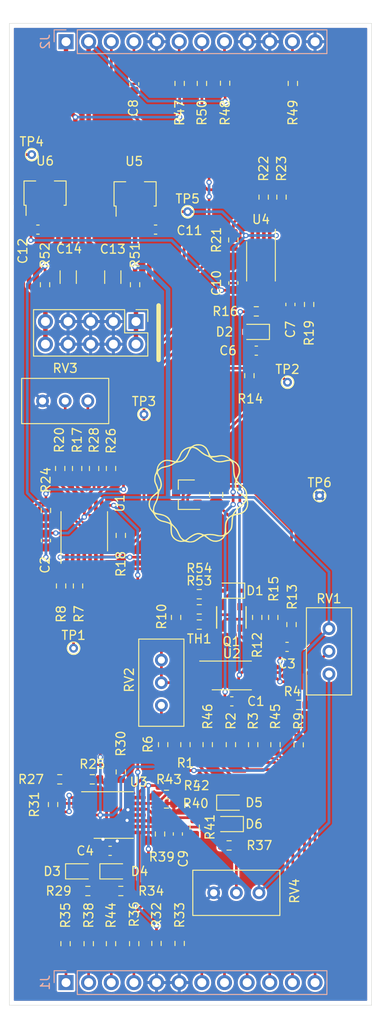
<source format=kicad_pcb>
(kicad_pcb (version 20211014) (generator pcbnew)

  (general
    (thickness 1.6)
  )

  (paper "A4")
  (layers
    (0 "F.Cu" signal)
    (31 "B.Cu" signal)
    (32 "B.Adhes" user "B.Adhesive")
    (33 "F.Adhes" user "F.Adhesive")
    (34 "B.Paste" user)
    (35 "F.Paste" user)
    (36 "B.SilkS" user "B.Silkscreen")
    (37 "F.SilkS" user "F.Silkscreen")
    (38 "B.Mask" user)
    (39 "F.Mask" user)
    (40 "Dwgs.User" user "User.Drawings")
    (41 "Cmts.User" user "User.Comments")
    (42 "Eco1.User" user "User.Eco1")
    (43 "Eco2.User" user "User.Eco2")
    (44 "Edge.Cuts" user)
    (45 "Margin" user)
    (46 "B.CrtYd" user "B.Courtyard")
    (47 "F.CrtYd" user "F.Courtyard")
    (48 "B.Fab" user)
    (49 "F.Fab" user)
  )

  (setup
    (stackup
      (layer "F.SilkS" (type "Top Silk Screen") (color "White"))
      (layer "F.Paste" (type "Top Solder Paste"))
      (layer "F.Mask" (type "Top Solder Mask") (color "Green") (thickness 0.01))
      (layer "F.Cu" (type "copper") (thickness 0.035))
      (layer "dielectric 1" (type "core") (thickness 1.51) (material "FR4") (epsilon_r 4.5) (loss_tangent 0.02))
      (layer "B.Cu" (type "copper") (thickness 0.035))
      (layer "B.Mask" (type "Bottom Solder Mask") (color "Green") (thickness 0.01))
      (layer "B.Paste" (type "Bottom Solder Paste"))
      (layer "B.SilkS" (type "Bottom Silk Screen") (color "White"))
      (copper_finish "ENIG")
      (dielectric_constraints no)
    )
    (pad_to_mask_clearance 0.05)
    (solder_mask_min_width 0.2)
    (grid_origin 100 140)
    (pcbplotparams
      (layerselection 0x00010fc_ffffffff)
      (disableapertmacros false)
      (usegerberextensions false)
      (usegerberattributes true)
      (usegerberadvancedattributes true)
      (creategerberjobfile true)
      (svguseinch false)
      (svgprecision 6)
      (excludeedgelayer true)
      (plotframeref false)
      (viasonmask false)
      (mode 1)
      (useauxorigin false)
      (hpglpennumber 1)
      (hpglpenspeed 20)
      (hpglpendiameter 15.000000)
      (dxfpolygonmode true)
      (dxfimperialunits true)
      (dxfusepcbnewfont true)
      (psnegative false)
      (psa4output false)
      (plotreference true)
      (plotvalue true)
      (plotinvisibletext false)
      (sketchpadsonfab false)
      (subtractmaskfromsilk false)
      (outputformat 1)
      (mirror false)
      (drillshape 1)
      (scaleselection 1)
      (outputdirectory "")
    )
  )

  (net 0 "")
  (net 1 "-12V")
  (net 2 "+12V")
  (net 3 "Net-(C3-Pad2)")
  (net 4 "Net-(C3-Pad1)")
  (net 5 "Net-(C5-Pad2)")
  (net 6 "Net-(C5-Pad1)")
  (net 7 "Net-(C6-Pad2)")
  (net 8 "Net-(C6-Pad1)")
  (net 9 "Net-(C7-Pad2)")
  (net 10 "/SOFT_SYNC")
  (net 11 "/HARD_SYNC")
  (net 12 "Net-(C9-Pad2)")
  (net 13 "Net-(C9-Pad1)")
  (net 14 "Net-(D1-Pad2)")
  (net 15 "Net-(D1-Pad1)")
  (net 16 "Net-(D3-Pad2)")
  (net 17 "Net-(D3-Pad1)")
  (net 18 "Net-(D4-Pad2)")
  (net 19 "GND")
  (net 20 "Net-(D5-Pad1)")
  (net 21 "/FM")
  (net 22 "/PWM_IN")
  (net 23 "/EXP_FM")
  (net 24 "/FINE")
  (net 25 "/COARSE")
  (net 26 "/POT_N")
  (net 27 "/VOCT2")
  (net 28 "/PMW_POT")
  (net 29 "/VOCT")
  (net 30 "/POT_P")
  (net 31 "/PULSE")
  (net 32 "/SINE")
  (net 33 "/TRI")
  (net 34 "/SAW")
  (net 35 "Net-(Q1-Pad1)")
  (net 36 "Net-(R1-Pad2)")
  (net 37 "Net-(R4-Pad2)")
  (net 38 "Net-(R6-Pad1)")
  (net 39 "Net-(R7-Pad1)")
  (net 40 "Net-(R10-Pad2)")
  (net 41 "Net-(R17-Pad1)")
  (net 42 "Net-(R18-Pad2)")
  (net 43 "Net-(R18-Pad1)")
  (net 44 "Net-(R20-Pad2)")
  (net 45 "Net-(R21-Pad2)")
  (net 46 "Net-(R24-Pad2)")
  (net 47 "Net-(R26-Pad2)")
  (net 48 "Net-(R27-Pad2)")
  (net 49 "Net-(R28-Pad1)")
  (net 50 "Net-(R31-Pad2)")
  (net 51 "Net-(R32-Pad2)")
  (net 52 "Net-(R32-Pad1)")
  (net 53 "Net-(R37-Pad2)")
  (net 54 "Net-(R40-Pad2)")
  (net 55 "Net-(R42-Pad2)")
  (net 56 "-VDC")
  (net 57 "+VDC")
  (net 58 "Net-(P2-Pad10)")
  (net 59 "Net-(P2-Pad1)")
  (net 60 "Net-(R10-Pad1)")

  (footprint "Capacitor_SMD:C_0603_1608Metric" (layer "F.Cu") (at 124.95 105.95 180))

  (footprint "Capacitor_SMD:C_0603_1608Metric" (layer "F.Cu") (at 104.1 87.9375 90))

  (footprint "Capacitor_SMD:C_0603_1608Metric" (layer "F.Cu") (at 131.15 99.85))

  (footprint "Capacitor_SMD:C_0603_1608Metric" (layer "F.Cu") (at 111.3 122.7))

  (footprint "Capacitor_SMD:C_0805_2012Metric" (layer "F.Cu") (at 123.2 82.8 -90))

  (footprint "Capacitor_SMD:C_0603_1608Metric" (layer "F.Cu") (at 127.7 66.6625 180))

  (footprint "Capacitor_SMD:C_0603_1608Metric" (layer "F.Cu") (at 131.525 61.4875 90))

  (footprint "Capacitor_SMD:C_0603_1608Metric" (layer "F.Cu") (at 114 36.775 90))

  (footprint "Diode_SMD:D_SOD-323" (layer "F.Cu") (at 124.9 93.55 180))

  (footprint "Diode_SMD:D_SOD-323" (layer "F.Cu") (at 127.675 64.5625 180))

  (footprint "Diode_SMD:D_SOD-323" (layer "F.Cu") (at 107.8 125))

  (footprint "Diode_SMD:D_SOD-323" (layer "F.Cu") (at 111.65 125))

  (footprint "Diode_SMD:D_SOD-323" (layer "F.Cu") (at 124.75 117.3))

  (footprint "Diode_SMD:D_SOD-323" (layer "F.Cu") (at 124.75 119.7 180))

  (footprint "project_oscillator:SOT-457, SC-74" (layer "F.Cu") (at 124.9 96.55 -90))

  (footprint "Package_TO_SOT_SMD:SC-59" (layer "F.Cu") (at 119.9 82.8 180))

  (footprint "Resistor_SMD:R_0603_1608Metric" (layer "F.Cu") (at 119.75 110.8 90))

  (footprint "Resistor_SMD:R_0603_1608Metric" (layer "F.Cu") (at 127.35 110.8 90))

  (footprint "Resistor_SMD:R_0603_1608Metric" (layer "F.Cu") (at 117.25 110.8 -90))

  (footprint "Resistor_SMD:R_0603_1608Metric" (layer "F.Cu") (at 132.45 110.825 -90))

  (footprint "Resistor_SMD:R_0603_1608Metric" (layer "F.Cu") (at 127.8 96.55 90))

  (footprint "Resistor_SMD:R_0603_1608Metric" (layer "F.Cu") (at 131.65 97.35 -90))

  (footprint "Resistor_SMD:R_0603_1608Metric" (layer "F.Cu") (at 126.925 69.4625 -90))

  (footprint "Resistor_SMD:R_0603_1608Metric" (layer "F.Cu") (at 129.6 96.55 -90))

  (footprint "Resistor_SMD:R_0603_1608Metric" (layer "F.Cu") (at 107.6 79.8625 -90))

  (footprint "Resistor_SMD:R_0603_1608Metric" (layer "F.Cu") (at 133.625 61.4875 -90))

  (footprint "Resistor_SMD:R_0603_1608Metric" (layer "F.Cu") (at 105.7 79.8625 90))

  (footprint "Resistor_SMD:R_0603_1608Metric" (layer "F.Cu") (at 125.125 54.2625 90))

  (footprint "Resistor_SMD:R_0603_1608Metric" (layer "F.Cu") (at 128.525 49.4625 90))

  (footprint "Resistor_SMD:R_0603_1608Metric" (layer "F.Cu") (at 130.525 49.4625 -90))

  (footprint "Resistor_SMD:R_0603_1608Metric" (layer "F.Cu") (at 104.1 84.5625 90))

  (footprint "Resistor_SMD:R_0603_1608Metric" (layer "F.Cu") (at 109.3 114.6875))

  (footprint "Resistor_SMD:R_0603_1608Metric" (layer "F.Cu") (at 111.4 79.8625 -90))

  (footprint "Resistor_SMD:R_0603_1608Metric" (layer "F.Cu") (at 105.65 114.6875 180))

  (footprint "Resistor_SMD:R_0603_1608Metric" (layer "F.Cu") (at 109.5 79.8625 90))

  (footprint "Resistor_SMD:R_0603_1608Metric" (layer "F.Cu") (at 108.8 127.2))

  (footprint "Resistor_SMD:R_0603_1608Metric" (layer "F.Cu") (at 104.9 117.5125 -90))

  (footprint "Resistor_SMD:R_0603_1608Metric" (layer "F.Cu") (at 116.5 133.075 -90))

  (footprint "Resistor_SMD:R_0603_1608Metric" (layer "F.Cu") (at 119.1 133.075 90))

  (footprint "Resistor_SMD:R_0603_1608Metric" (layer "F.Cu") (at 112.5 127.2))

  (footprint "Resistor_SMD:R_0603_1608Metric" (layer "F.Cu") (at 106.3 133.1 -90))

  (footprint "Resistor_SMD:R_0603_1608Metric" (layer "F.Cu") (at 114 133.1 -90))

  (footprint "Resistor_SMD:R_0603_1608Metric" (layer "F.Cu") (at 124.645841 122.094882))

  (footprint "Resistor_SMD:R_0603_1608Metric" (layer "F.Cu") (at 108.9 133.1 -90))

  (footprint "Resistor_SMD:R_0603_1608Metric" (layer "F.Cu") (at 116.9 120.8125 90))

  (footprint "Resistor_SMD:R_0603_1608Metric" (layer "F.Cu") (at 117.625 117.3875 180))

  (footprint "Resistor_SMD:R_0603_1608Metric" (layer "F.Cu") (at 120.788658 120.037851 -90))

  (footprint "Resistor_SMD:R_0603_1608Metric" (layer "F.Cu") (at 117.625 115.3875 180))

  (footprint "Resistor_SMD:R_0603_1608Metric" (layer "F.Cu") (at 121 115.4))

  (footprint "Resistor_SMD:R_0603_1608Metric" (layer "F.Cu") (at 111.4 133.1 -90))

  (footprint "Resistor_SMD:R_0603_1608Metric" (layer "F.Cu") (at 129.85 110.8 90))

  (footprint "Resistor_SMD:R_0603_1608Metric" (layer "F.Cu") (at 122.25 110.8 90))

  (footprint "Resistor_SMD:R_0603_1608Metric" (layer "F.Cu") (at 119.1 36.725 -90))

  (footprint "Resistor_SMD:R_0603_1608Metric" (layer "F.Cu") (at 124.2 36.7 -90))

  (footprint "Resistor_SMD:R_0603_1608Metric" (layer "F.Cu") (at 131.8 36.725 -90))

  (footprint "Potentiometer_THT:Potentiometer_Bourns_3296W_Vertical" (layer "F.Cu") (at 135.85 97.81 90))

  (footprint "Potentiometer_THT:Potentiometer_Bourns_3296W_Vertical" (layer "F.Cu") (at 117.05 106.4 -90))

  (footprint "Potentiometer_THT:Potentiometer_Bourns_3296W_Vertical" (layer "F.Cu") (at 128 127.4))

  (footprint "Package_SO:TSSOP-14_4.4x5mm_P0.65mm" (layer "F.Cu") (at 108.4 86.9 90))

  (footprint "Package_SO:TSSOP-14_4.4x5mm_P0.65mm" (layer "F.Cu") (at 111.7 118.6875))

  (footprint "Package_SO:TSSOP-8_4.4x3mm_P
... [1080835 chars truncated]
</source>
